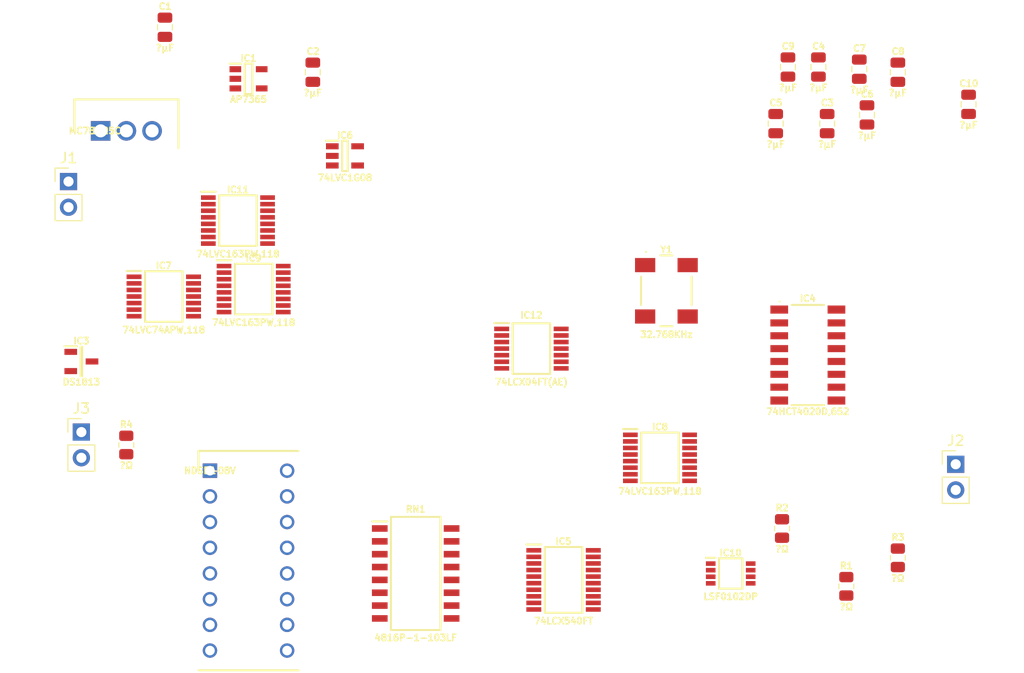
<source format=kicad_pcb>
(kicad_pcb (version 20211014) (generator pcbnew)
  (layers (0 "F.Cu" signal) (31 "B.Cu" signal) (34 "B.Paste" user) (35 "F.Paste" user) (36 "B.SilkS" user "B.Silkscreen") (37 "F.SilkS" user "F.Silkscreen") (38 "B.Mask" user) (39 "F.Mask" user) (44 "Edge.Cuts" user))
  (net 0 "")
  (net 1 "/5V")
  (net 2 "/GND")
  (net 3 "/3.3V")
  (net 5 "/12V")
  (net 6 "/~{RESET}")
  (net 28 "Net-(IC10-Pad7)")
  (net 36 "Net-(J3-Pad2)")
  (net 37 "/CLK")
  (net 38 "/FST")
  (net 39 "/IN1")
  (net 40 "/IN2")
  (net 41 "/IN3")
  (net 42 "/IN4")
  (net 43 "/IN5")
  (net 44 "/IN6")
  (net 45 "/IN7")
  (net 46 "/IN8")
  (net 47 "/~{IN8}")
  (net 48 "/~{IN7}")
  (net 49 "/~{IN6}")
  (net 50 "/~{IN5}")
  (net 51 "/~{IN4}")
  (net 52 "/~{IN3}")
  (net 53 "/~{IN2}")
  (net 54 "/~{IN1}")
  (net 55 "/~{RESET} ∨ ~{TC_{3}}")
  (net 56 "/~{TC_{3}}")
  (net 57 "/TC_{1}")
  (net 58 "/TC_{2}")
  (net 59 "/TC_{3}")
  (net 60 "/RESET")
  (net 61 "/~{TC_{1}}")
  (net 62 "/EN_{3.3V}")
  (net 63 "/~{EN_{3.3V}}")
  (net 64 "/EN_{5V}")
  (net 65 "/~{EN_{5V}}")
  (footprint "SamacSys_Parts:SOIC127P762X240-16N" (layer "F.Cu") (at 140.97 127.635)
    (fp_text reference "RN1" (at 0 -6.35) (layer "F.SilkS") (effects (font (size 0.635 0.635))))
    (fp_text value "4816P-1-103LF" (at 0 6.35) (layer "F.SilkS") (effects (font (size 0.635 0.635))))
    (fp_line (start -2.445 5.59) (end -2.445 -5.59) (layer "F.SilkS") (width 0.2))
    (fp_line (start -2.445 -5.59) (end 2.445 -5.59) (layer "F.SilkS") (width 0.2))
    (fp_line (start 2.445 -5.59) (end 2.445 5.59) (layer "F.SilkS") (width 0.2))
    (fp_line (start -4.3 -5.145) (end -2.795 -5.145) (layer "F.SilkS") (width 0.2))
    (fp_line (start 2.445 5.59) (end -2.445 5.59) (layer "F.SilkS") (width 0.2))
    (pad "1" smd rect (at -3.548 -4.445 90) (size 0.65 1.55) (layers "F.Cu" "F.Paste" "F.Mask") (net 2 "/GND"))
    (pad "2" smd rect (at -3.548 -3.175 90) (size 0.65 1.55) (layers "F.Cu" "F.Paste" "F.Mask") (net 2 "/GND"))
    (pad "3" smd rect (at -3.548 -1.905 90) (size 0.65 1.55) (layers "F.Cu" "F.Paste" "F.Mask") (net 2 "/GND"))
    (pad "4" smd rect (at -3.548 -0.635 90) (size 0.65 1.55) (layers "F.Cu" "F.Paste" "F.Mask") (net 2 "/GND"))
    (pad "5" smd rect (at -3.548 0.635 90) (size 0.65 1.55) (layers "F.Cu" "F.Paste" "F.Mask") (net 2 "/GND"))
    (pad "6" smd rect (at -3.548 1.905 90) (size 0.65 1.55) (layers "F.Cu" "F.Paste" "F.Mask") (net 2 "/GND"))
    (pad "7" smd rect (at -3.548 3.175 90) (size 0.65 1.55) (layers "F.Cu" "F.Paste" "F.Mask") (net 2 "/GND"))
    (pad "8" smd rect (at -3.548 4.445 90) (size 0.65 1.55) (layers "F.Cu" "F.Paste" "F.Mask") (net 2 "/GND"))
    (pad "9" smd rect (at 3.548 4.445 90) (size 0.65 1.55) (layers "F.Cu" "F.Paste" "F.Mask") (net 46 "/IN8"))
    (pad "10" smd rect (at 3.548 3.175 90) (size 0.65 1.55) (layers "F.Cu" "F.Paste" "F.Mask") (net 45 "/IN7"))
    (pad "11" smd rect (at 3.548 1.905 90) (size 0.65 1.55) (layers "F.Cu" "F.Paste" "F.Mask") (net 44 "/IN6"))
    (pad "12" smd rect (at 3.548 0.635 90) (size 0.65 1.55) (layers "F.Cu" "F.Paste" "F.Mask") (net 43 "/IN5"))
    (pad "13" smd rect (at 3.548 -0.635 90) (size 0.65 1.55) (layers "F.Cu" "F.Paste" "F.Mask") (net 42 "/IN4"))
    (pad "14" smd rect (at 3.548 -1.905 90) (size 0.65 1.55) (layers "F.Cu" "F.Paste" "F.Mask") (net 41 "/IN3"))
    (pad "15" smd rect (at 3.548 -3.175 90) (size 0.65 1.55) (layers "F.Cu" "F.Paste" "F.Mask") (net 40 "/IN2"))
    (pad "16" smd rect (at 3.548 -4.445 90) (size 0.65 1.55) (layers "F.Cu" "F.Paste" "F.Mask") (net 39 "/IN1"))
  )
  (footprint "SamacSys_Parts:C_0805" (layer "F.Cu") (at 195.58 81.28)
    (fp_text reference "C10" (at 0.027 -2.075 180) (layer "F.SilkS") (effects (font (size 0.635 0.635))))
    (fp_text value "C_0805" hide)
    (fp_text user "${Description}" (at 0 2.032) (layer "F.SilkS") (effects (font (size 0.635 0.635))))
    (fp_line (start 0.735 0.245252) (end 0.735 -0.277252) (layer "F.SilkS") (width 0.12))
    (fp_line (start -0.735 0.245252) (end -0.735 -0.277252) (layer "F.SilkS") (width 0.12))
    (pad "1" smd roundrect (at 0 0.934 90) (size 1 1.45) (layers "F.Cu" "F.Paste" "F.Mask") (net 3 "/3.3V"))
    (pad "2" smd roundrect (at 0 -0.966 90) (size 1 1.45) (layers "F.Cu" "F.Paste" "F.Mask") (net 2 "/GND"))
  )
  (footprint "SamacSys_Parts:SOP65P640X120-20N" (layer "F.Cu") (at 155.575 128.27)
    (fp_text reference "IC5" (at 0 -3.81) (layer "F.SilkS") (effects (font (size 0.635 0.635))))
    (fp_text value "74LCX540FT" (at 0 4.064) (layer "F.SilkS") (effects (font (size 0.635 0.635))))
    (fp_line (start 1.85 3.25) (end -1.85 3.25) (layer "F.SilkS") (width 0.2))
    (fp_line (start -1.85 -3.25) (end 1.85 -3.25) (layer "F.SilkS") (width 0.2))
    (fp_line (start -3.675 -3.5) (end -2.2 -3.5) (layer "F.SilkS") (width 0.2))
    (fp_line (start -1.85 3.25) (end -1.85 -3.25) (layer "F.SilkS") (width 0.2))
    (fp_line (start 1.85 -3.25) (end 1.85 3.25) (layer "F.SilkS") (width 0.2))
    (pad "1" smd rect (at -2.938 -2.925 90) (size 0.45 1.475) (layers "F.Cu" "F.Paste" "F.Mask") (net 2 "/GND"))
    (pad "2" smd rect (at -2.938 -2.275 90) (size 0.45 1.475) (layers "F.Cu" "F.Paste" "F.Mask") (net 39 "/IN1"))
    (pad "3" smd rect (at -2.938 -1.625 90) (size 0.45 1.475) (layers "F.Cu" "F.Paste" "F.Mask") (net 40 "/IN2"))
    (pad "4" smd rect (at -2.938 -0.975 90) (size 0.45 1.475) (layers "F.Cu" "F.Paste" "F.Mask") (net 41 "/IN3"))
    (pad "5" smd rect (at -2.938 -0.325 90) (size 0.45 1.475) (layers "F.Cu" "F.Paste" "F.Mask") (net 42 "/IN4"))
    (pad "6" smd rect (at -2.938 0.325 90) (size 0.45 1.475) (layers "F.Cu" "F.Paste" "F.Mask") (net 43 "/IN5"))
    (pad "7" smd rect (at -2.938 0.975 90) (size 0.45 1.475) (layers "F.Cu" "F.Paste" "F.Mask") (net 44 "/IN6"))
    (pad "8" smd rect (at -2.938 1.625 90) (size 0.45 1.475) (layers "F.Cu" "F.Paste" "F.Mask") (net 45 "/IN7"))
    (pad "9" smd rect (at -2.938 2.275 90) (size 0.45 1.475) (layers "F.Cu" "F.Paste" "F.Mask") (net 46 "/IN8"))
    (pad "10" smd rect (at -2.938 2.925 90) (size 0.45 1.475) (layers "F.Cu" "F.Paste" "F.Mask") (net 2 "/GND"))
    (pad "11" smd rect (at 2.938 2.925 90) (size 0.45 1.475) (layers "F.Cu" "F.Paste" "F.Mask") (net 47 "/~{IN8}"))
    (pad "12" smd rect (at 2.938 2.275 90) (size 0.45 1.475) (layers "F.Cu" "F.Paste" "F.Mask") (net 48 "/~{IN7}"))
    (pad "13" smd rect (at 2.938 1.625 90) (size 0.45 1.475) (layers "F.Cu" "F.Paste" "F.Mask") (net 49 "/~{IN6}"))
    (pad "14" smd rect (at 2.938 0.975 90) (size 0.45 1.475) (layers "F.Cu" "F.Paste" "F.Mask") (net 50 "/~{IN5}"))
    (pad "15" smd rect (at 2.938 0.325 90) (size 0.45 1.475) (layers "F.Cu" "F.Paste" "F.Mask") (net 51 "/~{IN4}"))
    (pad "16" smd rect (at 2.938 -0.325 90) (size 0.45 1.475) (layers "F.Cu" "F.Paste" "F.Mask") (net 52 "/~{IN3}"))
    (pad "17" smd rect (at 2.938 -0.975 90) (size 0.45 1.475) (layers "F.Cu" "F.Paste" "F.Mask") (net 53 "/~{IN2}"))
    (pad "18" smd rect (at 2.938 -1.625 90) (size 0.45 1.475) (layers "F.Cu" "F.Paste" "F.Mask") (net 54 "/~{IN1}"))
    (pad "19" smd rect (at 2.938 -2.275 90) (size 0.45 1.475) (layers "F.Cu" "F.Paste" "F.Mask") (net 2 "/GND"))
    (pad "20" smd rect (at 2.938 -2.925 90) (size 0.45 1.475) (layers "F.Cu" "F.Paste" "F.Mask") (net 3 "/3.3V"))
  )
  (footprint "SamacSys_Parts:SOP65P640X110-16N" (layer "F.Cu") (at 124.965 99.524)
    (fp_text reference "IC9" (at 0 -3.048) (layer "F.SilkS") (effects (font (size 0.635 0.635))))
    (fp_text value "74LVC163PW,118" (at 0 3.302) (layer "F.SilkS") (effects (font (size 0.635 0.635))))
    (fp_line (start -1.85 -2.5) (end 1.85 -2.5) (layer "F.SilkS") (width 0.2))
    (fp_line (start -3.65 -2.85) (end -2.2 -2.85) (layer "F.SilkS") (width 0.2))
    (fp_line (start -1.85 2.5) (end -1.85 -2.5) (layer "F.SilkS") (width 0.2))
    (fp_line (start 1.85 -2.5) (end 1.85 2.5) (layer "F.SilkS") (width 0.2))
    (fp_line (start 1.85 2.5) (end -1.85 2.5) (layer "F.SilkS") (width 0.2))
    (pad "1" smd rect (at -2.925 -2.275 90) (size 0.45 1.45) (layers "F.Cu" "F.Paste" "F.Mask") (net 3 "/3.3V"))
    (pad "2" smd rect (at -2.925 -1.625 90) (size 0.45 1.45) (layers "F.Cu" "F.Paste" "F.Mask") (net 37 "/CLK"))
    (pad "3" smd rect (at -2.925 -0.975 90) (size 0.45 1.45) (layers "F.Cu" "F.Paste" "F.Mask") (net 54 "/~{IN1}"))
    (pad "4" smd rect (at -2.925 -0.325 90) (size 0.45 1.45) (layers "F.Cu" "F.Paste" "F.Mask") (net 53 "/~{IN2}"))
    (pad "5" smd rect (at -2.925 0.325 90) (size 0.45 1.45) (layers "F.Cu" "F.Paste" "F.Mask") (net 52 "/~{IN3}"))
    (pad "6" smd rect (at -2.925 0.975 90) (size 0.45 1.45) (layers "F.Cu" "F.Paste" "F.Mask") (net 51 "/~{IN4}"))
    (pad "7" smd rect (at -2.925 1.625 90) (size 0.45 1.45) (layers "F.Cu" "F.Paste" "F.Mask") (net 63 "/~{EN_{3.3V}}"))
    (pad "8" smd rect (at -2.925 2.275 90) (size 0.45 1.45) (layers "F.Cu" "F.Paste" "F.Mask") (net 2 "/GND"))
    (pad "9" smd rect (at 2.925 2.275 90) (size 0.45 1.45) (layers "F.Cu" "F.Paste" "F.Mask") (net 6 "/~{RESET}"))
    (pad "10" smd rect (at 2.925 1.625 90) (size 0.45 1.45) (layers "F.Cu" "F.Paste" "F.Mask") (net 57 "/TC_{1}"))
    (pad "11" smd rect (at 2.925 0.975 90) (size 0.45 1.45) (layers "F.Cu" "F.Paste" "F.Mask"))
    (pad "12" smd rect (at 2.925 0.325 90) (size 0.45 1.45) (layers "F.Cu" "F.Paste" "F.Mask"))
    (pad "13" smd rect (at 2.925 -0.325 90) (size 0.45 1.45) (layers "F.Cu" "F.Paste" "F.Mask"))
    (pad "14" smd rect (at 2.925 -0.975 90) (size 0.45 1.45) (layers "F.Cu" "F.Paste" "F.Mask"))
    (pad "15" smd rect (at 2.925 -1.625 90) (size 0.45 1.45) (layers "F.Cu" "F.Paste" "F.Mask") (net 58 "/TC_{2}"))
    (pad "16" smd rect (at 2.925 -2.275 90) (size 0.45 1.45) (layers "F.Cu" "F.Paste" "F.Mask") (net 3 "/3.3V"))
  )
  (footprint "SamacSys_Parts:R_0805" (layer "F.Cu") (at 183.515 128.905)
    (fp_text reference "R1" (at 0 -2.032 180) (layer "F.SilkS") (effects (font (size 0.635 0.635))))
    (fp_text value "R_0805" hide)
    (fp_text user "${Description}" (at 0 2.032 180) (layer "F.SilkS") (effects (font (size 0.635 0.635))))
    (fp_line (start -0.745 0.227064) (end -0.745 -0.227064) (layer "F.SilkS") (width 0.12))
    (fp_line (start 0.725 0.227064) (end 0.725 -0.227064) (layer "F.SilkS") (width 0.12))
    (pad "1" smd roundrect (at -0.01 0.9125 90) (size 1.025 1.4) (layers "F.Cu" "F.Paste" "F.Mask") (roundrect_rratio 0.243902) (net 62 "/EN_{3.3V}"))
    (pad "2" smd roundrect (at -0.01 -0.9125 90) (size 1.025 1.4) (layers "F.Cu" "F.Paste" "F.Mask") (roundrect_rratio 0.243902) (net 1 "/5V"))
  )
  (footprint "SamacSys_Parts:SOT95P237X112-3N" (layer "F.Cu") (at 107.95 106.68)
    (fp_text reference "IC3" (at 0 -2.032) (layer "F.SilkS") (effects (font (size 0.635 0.635))))
    (fp_text value "DS1813R-10+T&R" hide)
    (fp_text user "${Silkscreen}" (at 0 2.032) (layer "F.SilkS") (effects (font (size 0.635 0.635))))
    (fp_line (start -0.075 -1.46) (end 0.075 -1.46) (layer "F.SilkS") (width 0.2))
    (fp_line (start -1.675 -1.5) (end -0.425 -1.5) (layer "F.SilkS") (width 0.2))
    (fp_line (start 0.075 -1.46) (end 0.075 1.46) (layer "F.SilkS") (width 0.2))
    (fp_line (start 0.075 1.46) (end -0.075 1.46) (layer "F.SilkS") (width 0.2))
    (fp_line (start -0.075 1.46) (end -0.075 -1.46) (layer "F.SilkS") (width 0.2))
    (pad "1" smd rect (at -1.05 -0.95 90) (size 0.6 1.25) (layers "F.Cu" "F.Paste" "F.Mask") (net 6 "/~{RESET}"))
    (pad "2" smd rect (at -1.05 0.95 90) (size 0.6 1.25) (layers "F.Cu" "F.Paste" "F.Mask") (net 1 "/5V"))
    (pad "3" smd rect (at 1.05 0 90) (size 0.6 1.25) (layers "F.Cu" "F.Paste" "F.Mask") (net 2 "/GND"))
  )
  (footprint "SamacSys_Parts:C_0805" (layer "F.Cu") (at 188.595 78.105)
    (fp_text reference "C8" (at 0.027 -2.075 180) (layer "F.SilkS") (effects (font (size 0.635 0.635))))
    (fp_text value "C_0805" hide)
    (fp_text user "${Description}" (at 0 2.032) (layer "F.SilkS") (effects (font (size 0.635 0.635))))
    (fp_line (start 0.735 0.245252) (end 0.735 -0.277252) (layer "F.SilkS") (width 0.12))
    (fp_line (start -0.735 0.245252) (end -0.735 -0.277252) (layer "F.SilkS") (width 0.12))
    (pad "1" smd roundrect (at 0 0.934 90) (size 1 1.45) (layers "F.Cu" "F.Paste" "F.Mask") (net 3 "/3.3V"))
    (pad "2" smd roundrect (at 0 -0.966 90) (size 1 1.45) (layers "F.Cu" "F.Paste" "F.Mask") (net 2 "/GND"))
  )
  (footprint "Connector_PinHeader_2.54mm:PinHeader_1x02_P2.54mm_Vertical" (layer "F.Cu") (at 106.68 88.895)
    (fp_text reference "J1" (at 0 -2.33) (layer "F.SilkS"))
    (fp_text value "Conn_01x02_Male")
    (fp_line (start -1.33 0) (end -1.33 -1.33) (layer "F.SilkS") (width 0.12))
    (fp_line (start -1.33 3.87) (end 1.33 3.87) (layer "F.SilkS") (width 0.12))
    (fp_line (start 1.33 1.27) (end 1.33 3.87) (layer "F.SilkS") (width 0.12))
    (fp_line (start -1.33 1.27) (end 1.33 1.27) (layer "F.SilkS") (width 0.12))
    (fp_line (start -1.33 1.27) (end -1.33 3.87) (layer "F.SilkS") (width 0.12))
    (fp_line (start -1.33 -1.33) (end 0 -1.33) (layer "F.SilkS") (width 0.12))
    (pad "1" thru_hole rect (at 0 0) (size 1.7 1.7) (drill 1) (layers *.Cu *.Mask) (net 2 "/GND"))
    (pad "2" thru_hole oval (at 0 2.54) (size 1.7 1.7) (drill 1) (layers *.Cu *.Mask) (net 5 "/12V"))
  )
  (footprint "SamacSys_Parts:C_0805" (layer "F.Cu") (at 176.53 83.185)
    (fp_text reference "C5" (at 0.027 -2.075 180) (layer "F.SilkS") (effects (font (size 0.635 0.635))))
    (fp_text value "C_0805" hide)
    (fp_text user "${Description}" (at 0 2.032) (layer "F.SilkS") (effects (font (size 0.635 0.635))))
    (fp_line (start 0.735 0.245252) (end 0.735 -0.277252) (layer "F.SilkS") (width 0.12))
    (fp_line (start -0.735 0.245252) (end -0.735 -0.277252) (layer "F.SilkS") (width 0.12))
    (pad "1" smd roundrect (at 0 0.934 90) (size 1 1.45) (layers "F.Cu" "F.Paste" "F.Mask") (net 3 "/3.3V"))
    (pad "2" smd roundrect (at 0 -0.966 90) (size 1 1.45) (layers "F.Cu" "F.Paste" "F.Mask") (net 2 "/GND"))
  )
  (footprint "SamacSys_Parts:C_0805" (layer "F.Cu") (at 180.75 77.591)
    (fp_text reference "C4" (at 0.027 -2.075 180) (layer "F.SilkS") (effects (font (size 0.635 0.635))))
    (fp_text value "C_0805" hide)
    (fp_text user "${Description}" (at 0 2.032) (layer "F.SilkS") (effects (font (size 0.635 0.635))))
    (fp_line (start -0.735 0.245252) (end -0.735 -0.277252) (layer "F.SilkS") (width 0.12))
    (fp_line (start 0.735 0.245252) (end 0.735 -0.277252) (layer "F.SilkS") (width 0.12))
    (pad "1" smd roundrect (at 0 0.934 90) (size 1 1.45) (layers "F.Cu" "F.Paste" "F.Mask") (net 3 "/3.3V"))
    (pad "2" smd roundrect (at 0 -0.966 90) (size 1 1.45) (layers "F.Cu" "F.Paste" "F.Mask") (net 2 "/GND"))
  )
  (footprint "SamacSys_Parts:SOP65P400X110-8N" (layer "F.Cu") (at 172.085 127.635)
    (fp_text reference "IC10" (at 0 -2.032) (layer "F.SilkS") (effects (font (size 0.635 0.635))))
    (fp_text value "LSF0102DP-Q100H" hide)
    (fp_text user "${Silkscreen}" (at 0 2.286) (layer "F.SilkS") (effects (font (size 0.635 0.635))))
    (fp_line (start -1.15 -1.5) (end 1.15 -1.5) (layer "F.SilkS") (width 0.2))
    (fp_line (start -1.15 1.5) (end -1.15 -1.5) (layer "F.SilkS") (width 0.2))
    (fp_line (start -2.45 -1.55) (end -1.5 -1.55) (layer "F.SilkS") (width 0.2))
    (fp_line (start 1.15 1.5) (end -1.15 1.5) (layer "F.SilkS") (width 0.2))
    (fp_line (start 1.15 -1.5) (end 1.15 1.5) (layer "F.SilkS") (width 0.2))
    (pad "1" smd rect (at -1.975 -0.975 90) (size 0.45 0.95) (layers "F.Cu" "F.Paste" "F.Mask") (net 2 "/GND"))
    (pad "2" smd rect (at -1.975 -0.325 90) (size 0.45 0.95) (layers "F.Cu" "F.Paste" "F.Mask") (net 3 "/3.3V"))
    (pad "3" smd rect (at -1.975 0.325 90) (size 0.45 0.95) (layers "F.Cu" "F.Paste" "F.Mask") (net 63 "/~{EN_{3.3V}}"))
    (pad "4" smd rect (at -1.975 0.975 90) (size 0.45 0.95) (layers "F.Cu" "F.Paste" "F.Mask") (net 62 "/EN_{3.3V}"))
    (pad "5" smd rect (at 1.975 0.975 90) (size 0.45 0.95) (layers "F.Cu" "F.Paste" "F.Mask") (net 64 "/EN_{5V}"))
    (pad "6" smd rect (at 1.975 0.325 90) (size 0.45 0.95) (layers "F.Cu" "F.Paste" "F.Mask") (net 65 "/~{EN_{5V}}"))
    (pad "7" smd rect (at 1.975 -0.325 90) (size 0.45 0.95) (layers "F.Cu" "F.Paste" "F.Mask") (net 28 "Net-(IC10-Pad7)"))
    (pad "8" smd rect (at 1.975 -0.975 90) (size 0.45 0.95) (layers "F.Cu" "F.Paste" "F.Mask") (net 28 "Net-(IC10-Pad7)"))
  )
  (footprint "SamacSys_Parts:C_0805" (layer "F.Cu") (at 185.545 82.325)
    (fp_text reference "C6" (at 0.027 -2.075 180) (layer "F.SilkS") (effects (font (size 0.635 0.635))))
    (fp_text value "C_0805" hide)
    (fp_text user "${Description}" (at 0 2.032) (layer "F.SilkS") (effects (font (size 0.635 0.635))))
    (fp_line (start -0.735 0.245252) (end -0.735 -0.277252) (layer "F.SilkS") (width 0.12))
    (fp_line (start 0.735 0.245252) (end 0.735 -0.277252) (layer "F.SilkS") (width 0.12))
    (pad "1" smd roundrect (at 0 0.934 90) (size 1 1.45) (layers "F.Cu" "F.Paste" "F.Mask") (net 3 "/3.3V"))
    (pad "2" smd roundrect (at 0 -0.966 90) (size 1 1.45) (layers "F.Cu" "F.Paste" "F.Mask") (net 2 "/GND"))
  )
  (footprint "SamacSys_Parts:TO254P482X997X2018-3P" (layer "F.Cu") (at 109.855 83.885)
    (fp_text reference "IC2" (at 0 0) (layer "F.SilkS") (effects (font (size 0.635 0.635))))
    (fp_text value "MC78M05CTG" (at 0 0) (layer "F.SilkS") (effects (font (size 0.635 0.635))))
    (fp_line (start -2.6 -3.11) (end -2.6 0) (layer "F.SilkS") (width 0.2))
    (fp_line (start 7.68 1.71) (end 7.68 -3.11) (layer "F.SilkS") (width 0.2))
    (fp_line (start 7.68 -3.11) (end -2.6 -3.11) (layer "F.SilkS") (width 0.2))
    (pad "1" thru_hole rect locked (at 0 0) (size 1.935 1.935) (drill 1.29) (layers *.Cu *.Mask) (net 5 "/12V"))
    (pad "2" thru_hole circle locked (at 2.54 0) (size 1.935 1.935) (drill 1.29) (layers *.Cu *.Mask) (net 2 "/GND"))
    (pad "3" thru_hole circle locked (at 5.08 0) (size 1.935 1.935) (drill 1.29) (layers *.Cu *.Mask) (net 1 "/5V"))
  )
  (footprint "SamacSys_Parts:SOP65P640X110-16N" (layer "F.Cu") (at 165.1 116.205)
    (fp_text reference "IC8" (at 0 -3.048) (layer "F.SilkS") (effects (font (size 0.635 0.635))))
    (fp_text value "74LVC163PW,118" (at 0 3.302) (layer "F.SilkS") (effects (font (size 0.635 0.635))))
    (fp_line (start 1.85 -2.5) (end 1.85 2.5) (layer "F.SilkS") (width 0.2))
    (fp_line (start 1.85 2.5) (end -1.85 2.5) (layer "F.SilkS") (width 0.2))
    (fp_line (start -3.65 -2.85) (end -2.2 -2.85) (layer "F.SilkS") (width 0.2))
    (fp_line (start -1.85 -2.5) (end 1.85 -2.5) (layer "F.SilkS") (width 0.2))
    (fp_line (start -1.85 2.5) (end -1.85 -2.5) (layer "F.SilkS") (width 0.2))
    (pad "1" smd rect (at -2.925 -2.275 90) (size 0.45 1.45) (layers "F.Cu" "F.Paste" "F.Mask") (net 3 "/3.3V"))
    (pad "2" smd rect (at -2.925 -1.625 90) (size 0.45 1.45) (layers "F.Cu" "F.Paste" "F.Mask") (net 37 "/CLK"))
    (pad "3" smd rect (at -2.925 -0.975 90) (size 0.45 1.45) (layers "F.Cu" "F.Paste" "F.Mask") (net 2 "/GND"))
    (pad "4" smd rect (at -2.925 -0.325 90) (size 0.45 1.45) (layers "F.Cu" "F.Paste" "F.Mask") (net 3 "/3.3V"))
    (pad "5" smd rect (at -2.925 0.325 90) (size 0.45 1.45) (layers "F.Cu" "F.Paste" "F.Mask") (net 3 "/3.3V"))
    (pad "6" smd rect (at -2.925 0.975 90) (size 0.45 1.45) (layers "F.Cu" "F.Paste" "F.Mask") (net 2 "/GND"))
    (pad "7" smd rect (at -2.925 1.625 90) (size 0.45 1.45) (layers "F.Cu" "F.Paste" "F.Mask") (net 3 "/3.3V"))
    (pad "8" smd rect (at -2.925 2.275 90) (size 0.45 1.45) (layers "F.Cu" "F.Paste" "F.Mask") (net 2 "/GND"))
    (pad "9" smd rect (at 2.925 2.275 90) (size 0.45 1.45) (layers "F.Cu" "F.Paste" "F.Mask") (net 55 "/~{RESET} ∨ ~{TC_{3}}"))
    (pad "10" smd rect (at 2.925 1.625 90) (size 0.45 1.45) (layers "F.Cu" "F.Paste" "F.Mask") (net 3 "/3.3V"))
    (pad "11" smd rect (at 2.925 0.975 90) (size 0.45 1.45) (layers "F.Cu" "F.Paste" "F.Mask"))
    (pad "12" smd rect (at 2.925 0.325 90) (size 0.45 1.45) (layers "F.Cu" "F.Paste" "F.Mask"))
    (pad "13" smd rect (at 2.925 -0.325 90) (size 0.45 1.45) (layers "F.Cu" "F.Paste" "F.Mask"))
    (pad "14" smd rect (at 2.925 -0.975 90) (size 0.45 1.45) (layers "F.Cu" "F.Paste" "F.Mask"))
    (pad "15" smd rect (at 2.925 -1.625 90) (size 0.45 1.45) (layers "F.Cu" "F.Paste" "F.Mask") (net 57 "/TC_{1}"))
    (pad "16" smd rect (at 2.925 -2.275 90) (size 0.45 1.45) (layers "F.Cu" "F.Paste" "F.Mask") (net 3 "/3.3V"))
  )
  (footprint "SamacSys_Parts:R_0805" (layer "F.Cu") (at 188.605 126.0875)
    (fp_text reference "R3" (at 0 -2.032 180) (layer "F.SilkS") (effects (font (size 0.635 0.635))))
    (fp_text value "R_0805" hide)
    (fp_text user "${Description}" (at 0 2.032 180) (layer "F.SilkS") (effects (font (size 0.635 0.635))))
    (fp_line (start 0.725 0.227064) (end 0.725 -0.227064) (layer "F.SilkS") (width 0.12))
    (fp_line (start -0.745 0.227064) (end -0.745 -0.227064) (layer "F.SilkS") (width 0.12))
    (pad "1" smd roundrect (at -0.01 0.9125 90) (size 1.025 1.4) (layers "F.Cu" "F.Paste" "F.Mask") (roundrect_rratio 0.243902) (net 28 "Net-(IC10-Pad7)"))
    (pad "2" smd roundrect (at -0.01 -0.9125 90) (size 1.025 1.4) (layers "F.Cu" "F.Paste" "F.Mask") (roundrect_rratio 0.243902) (net 1 "/5V"))
  )
  (footprint "SamacSys_Parts:SOT95P275X110-5N" (layer "F.Cu") (at 133.985 86.36)
    (fp_text reference "IC6" (at 0 -2.032) (layer "F.SilkS") (effects (font (size 0.635 0.635))))
    (fp_text value "74LVC1G08GV,125" hide)
    (fp_text user "${Silkscreen}" (at 0 2.159) (layer "F.SilkS") (effects (font (size 0.635 0.635))))
    (fp_line (start 0.275 1.5) (end -0.275 1.5) (layer "F.SilkS") (width 0.2))
    (fp_line (start -0.275 1.5) (end -0.275 -1.5) (layer "F.SilkS") (width 0.2))
    (fp_line (start -1.875 -1.5) (end -0.625 -1.5) (layer "F.SilkS") (width 0.2))
    (fp_line (start -0.275 -1.5) (end 0.275 -1.5) (layer "F.SilkS") (width 0.2))
    (fp_line (start 0.275 -1.5) (end 0.275 1.5) (layer "F.SilkS") (width 0.2))
    (pad "1" smd rect (at -1.25 -0.95 90) (size 0.6 1.25) (layers "F.Cu" "F.Paste" "F.Mask") (net 6 "/~{RESET}"))
    (pad "2" smd rect (at -1.25 0 90) (size 0.6 1.25) (layers "F.Cu" "F.Paste" "F.Mask") (net 61 "/~{TC_{1}}"))
    (pad "3" smd rect (at -1.25 0.95 90) (size 0.6 1.25) (layers "F.Cu" "F.Paste" "F.Mask") (net 2 "/GND"))
    (pad "4" smd rect (at 1.25 0.95 90) (size 0.6 1.25) (layers "F.Cu" "F.Paste" "F.Mask") (net 55 "/~{RESET} ∨ ~{TC_{3}}"))
    (pad "5" smd rect (at 1.25 -0.95 90) (size 0.6 1.25) (layers "F.Cu" "F.Paste" "F.Mask") (net 3 "/3.3V"))
  )
  (footprint "SamacSys_Parts:R_0805" (layer "F.Cu") (at 112.395 114.935)
    (fp_text reference "R4" (at 0 -2.032 180) (layer "F.SilkS") (effects (font (size 0.635 0.635))))
    (fp_text value "R_0805" hide)
    (fp_text user "${Description}" (at 0 2.032 180) (layer "F.SilkS") (effects (font (size 0.635 0.635))))
    (fp_line (start 0.725 0.227064) (end 0.725 -0.227064) (layer "F.SilkS") (width 0.12))
    (fp_line (start -0.745 0.227064) (end -0.745 -0.227064) (layer "F.SilkS") (width 0.12))
    (pad "1" smd roundrect (at -0.01 0.9125 90) (size 1.025 1.4) (layers "F.Cu" "F.Paste" "F.Mask") (roundrect_rratio 0.243902) (net 6 "/~{RESET}"))
    (pad "2" smd roundrect (at -0.01 -0.9125 90) (size 1.025 1.4) (layers "F.Cu" "F.Paste" "F.Mask") (roundrect_rratio 0.243902) (net 36 "Net-(J3-Pad2)"))
  )
  (footprint "SamacSys_Parts:C_0805" (layer "F.Cu") (at 184.785 77.806)
    (fp_text reference "C7" (at 0.027 -2.075 180) (layer "F.SilkS") (effects (font (size 0.635 0.635))))
    (fp_text value "C_0805" hide)
    (fp_text user "${Description}" (at 0 2.032) (layer "F.SilkS") (effects (font (size 0.635 0.635))))
    (fp_line (start 0.735 0.245252) (end 0.735 -0.277252) (layer "F.SilkS") (width 0.12))
    (fp_line (start -0.735 0.245252) (end -0.735 -0.277252) (layer "F.SilkS") (width 0.12))
    (pad "1" smd roundrect (at 0 0.934 90) (size 1 1.45) (layers "F.Cu" "F.Paste" "F.Mask") (net 3 "/3.3V"))
    (pad "2" smd roundrect (at 0 -0.966 90) (size 1 1.45) (layers "F.Cu" "F.Paste" "F.Mask") (net 2 "/GND"))
  )
  (footprint "SamacSys_Parts:74HCT4020D652" (layer "F.Cu") (at 179.705 106.045)
    (fp_text reference "IC4" (at 0 -5.588) (layer "F.SilkS") (effects (font (size 0.635 0.635))))
    (fp_text value "74HCT4020D,652" (at 0 5.588) (layer "F.SilkS") (effects (font (size 0.635 0.635))))
    (fp_line (start 1.6 -4.95) (end -1.6 -4.95) (layer "F.SilkS") (width 0.2))
    (fp_line (start -2.744 -5.284) (end -2.744 -5.284) (layer "F.SilkS") (width 0.1))
    (fp_line (start 1.6 4.95) (end -1.6 4.95) (layer "F.SilkS") (width 0.2))
    (fp_line (start -2.844 -5.284) (end -2.844 -5.284) (layer "F.SilkS") (width 0.1))
    (fp_arc (start -2.844 -5.284) (mid -2.794 -5.334) (end -2.744 -5.284) (layer "F.SilkS") (width 0.1))
    (fp_arc (start -2.744 -5.284) (mid -2.794 -5.234) (end -2.844 -5.284) (layer "F.SilkS") (width 0.1))
    (pad "1" smd rect (at -2.825 -4.495 270) (size 0.8 1.75) (layers "F.Cu" "F.Paste" "F.Mask"))
    (pad "2" smd rect (at -2.825 -3.175 270) (size 0.7 1.75) (layers "F.Cu" "F.Paste" "F.Mask"))
    (pad "3" smd rect (at -2.825 -1.905 270) (size 0.7 1.75) (layers "F.Cu" "F.Paste" "F.Mask") (net 37 "/CLK"))
    (pad "4" smd rect (at -2.825 -0.635 270) (size 0.7 1.75) (layers "F.Cu" "F.Paste" "F.Mask"))
    (pad "5" smd rect (at -2.825 0.635 270) (size 0.7 1.75) (layers "F.Cu" "F.Paste" "F.Mask"))
    (pad "6" smd rect (at -2.825 1.905 270) (size 0.7 1.75) (layers "F.Cu" "F.Paste" "F.Mask"))
    (pad "7" smd rect (at -2.825 3.175 270) (size 0.7 1.75) (layers "F.Cu" "F.Paste" "F.Mask"))
    (pad "8" smd rect (at -2.825 4.495 270) (size 0.8 1.75) (layers "F.Cu" "F.Paste" "F.Mask") (net 2 "/GND"))
    (pad "9" smd rect (at 2.825 4.495 270) (size 0.8 1.75) (layers "F.Cu" "F.Paste" "F.Mask"))
    (pad "10" smd rect (at 2.825 3.175 270) (size 0.7 1.75) (layers "F.Cu" "F.Paste" "F.Mask") (net 38 "/FST"))
    (pad "11" smd rect (at 2.825 1.905 270) (size 0.7 1.75) (layers "F.Cu" "F.Paste" "F.Mask") (net 60 "/RESET"))
    (pad "12" smd rect (at 2.825 0.635 270) (size 0.7 1.75) (layers "F.Cu" "F.Paste" "F.Mask"))
    (pad "13" smd rect (at 2.825 -0.635 270) (size 0.7 1.75) (layers "F.Cu" "F.Paste" "F.Mask"))
    (pad "14" smd rect (at 2.825 -1.905 270) (size 0.7 1.75) (layers "F.Cu" "F.Paste" "F.Mask"))
    (pad "15" smd rect (at 2.825 -3.175 270) (size 0.7 1.75) (layers "F.Cu" "F.Paste" "F.Mask"))
    (pad "16" smd rect (at 2.825 -4.495 270) (size 0.8 1.75) (layers "F.Cu" "F.Paste" "F.Mask") (net 1 "/5V"))
  )
  (footprint "SamacSys_Parts:C_0805" (layer "F.Cu") (at 116.205 73.66)
    (fp_text reference "C1" (at 0.027 -2.075 180) (layer "F.SilkS") (effects (font (size 0.635 0.635))))
    (fp_text value "C_0805" hide)
    (fp_text user "${Description}" (at 0 2.032) (layer "F.SilkS") (effects (font (size 0.635 0.635))))
    (fp_line (start -0.735 0.245252) (end -0.735 -0.277252) (layer "F.SilkS") (width 0.12))
    (fp_line (start 0.735 0.245252) (end 0.735 -0.277252) (layer "F.SilkS") (width 0.12))
    (pad "1" smd roundrect (at 0 0.934 90) (size 1 1.45) (layers "F.Cu" "F.Paste" "F.Mask") (net 1 "/5V"))
    (pad "2" smd roundrect (at 0 -0.966 90) (size 1 1.45) (layers "F.Cu" "F.Paste" "F.Mask") (net 2 "/GND"))
  )
  (footprint "SamacSys_Parts:ECS327MVATX7CNTR" (layer "F.Cu") (at 165.735 99.695)
    (fp_text reference "Y1" (at 0 -4.064) (layer "F.SilkS") (effects (font (size 0.635 0.635))))
    (fp_text value "ECS-327MVATX-7-CN-TR" hide)
    (fp_text user "${Silkscreen}" (at 0 4.318) (layer "F.SilkS") (effects (font (size 0.635 0.635))))
    (fp_line (start -2.082 -3.86) (end -2.082 -3.86) (layer "F.SilkS") (width 0.1))
    (fp_line (start -2.5 -1.4) (end -2.5 1.4) (layer "F.SilkS") (width 0.2))
    (fp_line (start -0.6 -3.5) (end 0.6 -3.5) (layer "F.SilkS") (width 0.2))
    (fp_line (start -2.082 -3.86) (end -2.082 -3.86) (layer "F.SilkS") (width 0.1))
    (fp_line (start -1.982 -3.86) (end -1.982 -3.86) (layer "F.SilkS") (width 0.1))
    (fp_line (start 2.5 -1.4) (end 2.5 1.4) (layer "F.SilkS") (width 0.2))
    (fp_line (start 0.6 3.5) (end -0.6 3.5) (layer "F.SilkS") (width 0.2))
    (fp_arc (start -1.982 -3.86) (mid -2.032 -3.81) (end -2.082 -3.86) (layer "F.SilkS") (width 0.1))
    (fp_arc (start -2.082 -3.86) (mid -2.032 -3.91) (end -1.982 -3.86) (layer "F.SilkS") (width 0.1))
    (fp_arc (start -1.982 -3.86) (mid -2.032 -3.81) (end -2.082 -3.86) (layer "F.SilkS") (width 0.1))
    (pad "1" smd rect (at -2.1 -2.54 270) (size 1.4 2) (layers "F.Cu" "F.Paste" "F.Mask") (net 3 "/3.3V"))
    (pad "2" smd rect (at -2.1 2.54 270) (size 1.4 2) (layers "F.Cu" "F.Paste" "F.Mask") (net 2 "/GND"))
    (pad "3" smd rect (at 2.1 2.54 270) (size 1.4 2) (layers "F.Cu" "F.Paste" "F.Mask") (net 38 "/FST"))
    (pad "4" smd rect (at 2.1 -2.54 270) (size 1.4 2) (layers "F.Cu" "F.Paste" "F.Mask") (net 3 "/3.3V"))
  )
  (footprint "SamacSys_Parts:C_0805" (layer "F.Cu") (at 130.81 78.105)
    (fp_text reference "C2" (at 0.027 -2.075 180) (layer "F.SilkS") (effects (font (size 0.635 0.635))))
    (fp_text value "C_0805" hide)
    (fp_text user "${Description}" (at 0 2.032) (layer "F.SilkS") (effects (font (size 0.635 0.635))))
    (fp_line (start -0.735 0.245252) (end -0.735 -0.277252) (layer "F.SilkS") (width 0.12))
    (fp_line (start 0.735 0.245252) (end 0.735 -0.277252) (layer "F.SilkS") (width 0.12))
    (pad "1" smd roundrect (at 0 0.934 90) (size 1 1.45) (layers "F.Cu" "F.Paste" "F.Mask") (net 3 "/3.3V"))
    (pad "2" smd roundrect (at 0 -0.966 90) (size 1 1.45) (layers "F.Cu" "F.Paste" "F.Mask") (net 2 "/GND"))
  )
  (footprint "SamacSys_Parts:C_0805" (layer "F.Cu") (at 181.61 83.185)
    (fp_text reference "C3" (at 0.027 -2.075 180) (layer "F.SilkS") (effects (font (size 0.635 0.635))))
    (fp_text value "C_0805" hide)
    (fp_text user "${Description}" (at 0 2.032) (layer "F.SilkS") (effects (font (size 0.635 0.635))))
    (fp_line (start 0.735 0.245252) (end 0.735 -0.277252) (layer "F.SilkS") (width 0.12))
    (fp_line (start -0.735 0.245252) (end -0.735 -0.277252) (layer "F.SilkS") (width 0.12))
    (pad "1" smd roundrect (at 0 0.934 90) (size 1 1.45) (layers "F.Cu" "F.Paste" "F.Mask") (net 1 "/5V"))
    (pad "2" smd roundrect (at 0 -0.966 90) (size 1 1.45) (layers "F.Cu" "F.Paste" "F.Mask") (net 2 "/GND"))
  )
  (footprint "SamacSys_Parts:SOP65P640X110-16N" (layer "F.Cu") (at 123.415 92.754)
    (fp_text reference "IC11" (at 0 -3.048) (layer "F.SilkS") (effects (font (size 0.635 0.635))))
    (fp_text value "74LVC163PW,118" (at 0 3.302) (layer "F.SilkS") (effects (font (size 0.635 0.635))))
    (fp_line (start -1.85 2.5) (end -1.85 -2.5) (layer "F.SilkS") (width 0.2))
    (fp_line (start -3.65 -2.85) (end -2.2 -2.85) (layer "F.SilkS") (width 0.2))
    (fp_line (start 1.85 2.5) (end -1.85 2.5) (layer "F.SilkS") (width 0.2))
    (fp_line (start 1.85 -2.5) (end 1.85 2.5) (layer "F.SilkS") (width 0.2))
    (fp_line (start -1.85 -2.5) (end 1.85 -2.5) (layer "F.SilkS") (width 0.2))
    (pad "1" smd rect (at -2.925 -2.275 90) (size 0.45 1.45) (layers "F.Cu" "F.Paste" "F.Mask") (net 3 "/3.3V"))
    (pad "2" smd rect (at -2.925 -1.625 90) (size 0.45 1.45) (layers "F.Cu" "F.Paste" "F.Mask") (net 37 "/CLK"))
    (pad "3" smd rect (at -2.925 -0.975 90) (size 0.45 1.45) (layers "F.Cu" "F.Paste" "F.Mask") (net 50 "/~{IN5}"))
    (pad "4" smd rect (at -2.925 -0.325 90) (size 0.45 1.45) (layers "F.Cu" "F.Paste" "F.Mask") (net 49 "/~{IN6}"))
    (pad "5" smd rect (at -2.925 0.325 90) (size 0.45 1.45) (layers "F.Cu" "F.Paste" "F.Mask") (net 48 "/~{IN7}"))
    (pad "6" smd rect (at -2.925 0.975 90) (size 0.45 1.45) (layers "F.Cu" "F.Paste" "F.Mask") (net 47 "/~{IN8}"))
    (pad "7" smd rect (at -2.925 1.625 90) (size 0.45 1.45) (layers "F.Cu" "F.Paste" "F.Mask") (net 63 "/~{EN_{3.3V}}"))
    (pad "8" smd rect (at -2.925 2.275 90) (size 0.45 1.45) (layers "F.Cu" "F.Paste" "F.Mask") (net 2 "/GND"))
    (pad "9" smd rect (at 2.925 2.275 90) (size 0.45 1.45) (layers "F.Cu" "F.Paste" "F.Mask") (net 6 "/~{RESET}"))
    (pad "10" smd rect (at 2.925 1.625 90) (size 0.45 1.45) (layers "F.Cu" "F.Paste" "F.Mask") (net 58 "/TC_{2}"))
    (pad "11" smd rect (at 2.925 0.975 90) (size 0.45 1.45) (layers "F.Cu" "F.Paste" "F.Mask"))
    (pad "12" smd rect (at 2.925 0.325 90) (size 0.45 1.45) (layers "F.Cu" "F.Paste" "F.Mask"))
    (pad "13" smd rect (at 2.925 -0.325 90) (size 0.45 1.45) (layers "F.Cu" "F.Paste" "F.Mask"))
    (pad "14" smd rect (at 2.925 -0.975 90) (size 0.45 1.45) (layers "F.Cu" "F.Paste" "F.Mask"))
    (pad "15" smd rect (at 2.925 -1.625 90) (size 0.45 1.45) (layers "F.Cu" "F.Paste" "F.Mask") (net 59 "/TC_{3}"))
    (pad "16" smd rect (at 2.925 -2.275 90) (size 0.45 1.45) (layers "F.Cu" "F.Paste" "F.Mask") (net 3 "/3.3V"))
  )
  (footprint "SamacSys_Parts:SOP65P640X120-14N" (layer "F.Cu") (at 152.4 105.41)
    (fp_text reference "IC12" (at 0 -3.302) (layer "F.SilkS") (effects (font (size 0.635 0.635))))
    (fp_text value "74LCX04FT(AE)" (at 0 3.302) (layer "F.SilkS") (effects (font (size 0.635 0.635))))
    (fp_line (start -1.85 2.5) (end -1.85 -2.5) (layer "F.SilkS") (width 0.2))
    (fp_line (start -3.675 -2.525) (end -2.2 -2.525) (layer "F.SilkS") (width 0.2))
    (fp_line (start 1.85 -2.5) (end 1.85 2.5) (layer "F.SilkS") (width 0.2))
    (fp_line (start 1.85 2.5) (end -1.85 2.5) (layer "F.SilkS") (width 0.2))
    (fp_line (start -1.85 -2.5) (end 1.85 -2.5) (layer "F.SilkS") (width 0.2))
    (pad "1" smd rect (at -2.938 -1.95 90) (size 0.45 1.475) (layers "F.Cu" "F.Paste" "F.Mask") (net 57 "/TC_{1}"))
    (pad "2" smd rect (at -2.938 -1.3 90) (size 0.45 1.475) (layers "F.Cu" "F.Paste" "F.Mask") (net 61 "/~{TC_{1}}"))
    (pad "3" smd rect (at -2.938 -0.65 90) (size 0.45 1.475) (layers "F.Cu" "F.Paste" "F.Mask") (net 59 "/TC_{3}"))
    (pad "4" smd rect (at -2.938 0 90) (size 0.45 1.475) (layers "F.Cu" "F.Paste" "F.Mask") (net 56 "/~{TC_{3}}"))
    (pad "5" smd rect (at -2.938 0.65 90) (size 0.45 1.475) (layers "F.Cu" "F.Paste" "F.Mask") (net 6 "/~{RESET}"))
    (pad "6" smd rect (at -2.938 1.3 90) (size 0.45 1.475) (layers "F.Cu" "F.Paste" "F.Mask") (net 60 "/RESET"))
    (pad "7" smd rect (at -2.938 1.95 90) (size 0.45 1.475) (layers "F.Cu" "F.Paste" "F.Mask") (net 2 "/GND"))
    (pad "8" smd rect (at 2.938 1.95 90) (size 0.45 1.475) (layers "F.Cu" "F.Paste" "F.Mask"))
    (pad "9" smd rect (at 2.938 1.3 90) (size 0.45 1.475) (layers "F.Cu" "F.Paste" "F.Mask") (net 3 "/3.3V"))
    (pad "10" smd rect (at 2.938 0.65 90) (size 0.45 1.475) (layers "F.Cu" "F.Paste" "F.Mask"))
    (pad "11" smd rect (at 2.938 0 90) (size 0.45 1.475) (layers "F.Cu" "F.Paste" "F.Mask") (net 3 "/3.3V"))
    (pad "12" smd rect (at 2.938 -0.65 90) (size 0.45 1.475) (layers "F.Cu" "F.Paste" "F.Mask"))
    (pad "13" smd rect (at 2.938 -1.3 90) (size 0.45 1.475) (layers "F.Cu" "F.Paste" "F.Mask") (net 3 "/3.3V"))
    (pad "14" smd rect (at 2.938 -1.95 90) (size 0.45 1.475) (layers "F.Cu" "F.Paste" "F.Mask") (net 3 "/3.3V"))
  )
  (footprint "SamacSys_Parts:C_0805" (layer "F.Cu") (at 177.74 77.591)
    (fp_text reference "C9" (at 0.027 -2.075 180) (layer "F.SilkS") (effects (font (size 0.635 0.635))))
    (fp_text value "C_0805" hide)
    (fp_text user "${Description}" (at 0 2.032) (layer "F.SilkS") (effects (font (size 0.635 0.635))))
    (fp_line (start 0.735 0.245252) (end 0.735 -0.277252) (layer "F.SilkS") (width 0.12))
    (fp_line (start -0.735 0.245252) (end -0.735 -0.277252) (layer "F.SilkS") (width 0.12))
    (pad "1" smd roundrect (at 0 0.934 90) (size 1 1.45) (layers "F.Cu" "F.Paste" "F.Mask") (net 3 "/3.3V"))
    (pad "2" smd roundrect (at 0 -0.966 90) (size 1 1.45) (layers "F.Cu" "F.Paste" "F.Mask") (net 2 "/GND"))
  )
  (footprint "SamacSys_Parts:SOT95P285X130-5N" (layer "F.Cu") (at 124.46 78.74)
    (fp_text reference "IC1" (at 0 -2.032) (layer "F.SilkS") (effects (font (size 0.635 0.635))))
    (fp_text value "AP7365-33WG-7" hide)
    (fp_text user "${Silkscreen}" (at 0 2.032) (layer "F.SilkS") (effects (font (size 0.635 0.635))))
    (fp_line (start -0.375 -1.5) (end 0.375 -1.5) (layer "F.SilkS") (width 0.2))
    (fp_line (start 0.375 1.5) (end -0.375 1.5) (layer "F.SilkS") (width 0.2))
    (fp_line (start -0.375 1.5) (end -0.375 -1.5) (layer "F.SilkS") (width 0.2))
    (fp_line (start 0.375 -1.5) (end 0.375 1.5) (layer "F.SilkS") (width 0.2))
    (fp_line (start -1.875 -1.5) (end -0.725 -1.5) (layer "F.SilkS") (width 0.2))
    (pad "1" smd rect (at -1.3 -0.95 90) (size 0.6 1.15) (layers "F.Cu" "F.Paste" "F.Mask") (net 1 "/5V"))
    (pad "2" smd rect (at -1.3 0 90) (size 0.6 1.15) (layers "F.Cu" "F.Paste" "F.Mask") (net 2 "/GND"))
    (pad "3" smd rect (at -1.3 0.95 90) (size 0.6 1.15) (layers "F.Cu" "F.Paste" "F.Mask") (net 1 "/5V"))
    (pad "4" smd rect (at 1.3 0.95 90) (size 0.6 1.15) (layers "F.Cu" "F.Paste" "F.Mask"))
    (pad "5" smd rect (at 1.3 -0.95 90) (size 0.6 1.15) (layers "F.Cu" "F.Paste" "F.Mask") (net 3 "/3.3V"))
  )
  (footprint "Connector_PinHeader_2.54mm:PinHeader_1x02_P2.54mm_Vertical" (layer "F.Cu") (at 194.31 116.84)
    (fp_text reference "J2" (at 0 -2.33) (layer "F.SilkS"))
    (fp_text value "Conn_01x02_Male")
    (fp_line (start -1.33 -1.33) (end 0 -1.33) (layer "F.SilkS") (width 0.12))
    (fp_line (start 1.33 1.27) (end 1.33 3.87) (layer "F.SilkS") (width 0.12))
    (fp_line (start -1.33 0) (end -1.33 -1.33) (layer "F.SilkS") (width 0.12))
    (fp_line (start -1.33 1.27) (end -1.33 3.87) (layer "F.SilkS") (width 0.12))
    (fp_line (start -1.33 1.27) (end 1.33 1.27) (layer "F.SilkS") (width 0.12))
    (fp_line (start -1.33 3.87) (end 1.33 3.87) (layer "F.SilkS") (width 0.12))
    (pad "1" thru_hole rect (at 0 0) (size 1.7 1.7) (drill 1) (layers *.Cu *.Mask) (net 65 "/~{EN_{5V}}"))
    (pad "2" thru_hole oval (at 0 2.54) (size 1.7 1.7) (drill 1) (layers *.Cu *.Mask) (net 64 "/EN_{5V}"))
  )
  (footprint "Connector_PinHeader_2.54mm:PinHeader_1x02_P2.54mm_Vertical" (layer "F.Cu") (at 107.95 113.66)
    (fp_text reference "J3" (at 0 -2.33) (layer "F.SilkS"))
    (fp_text value "Conn_01x02_Male")
    (fp_line (start -1.33 0) (end -1.33 -1.33) (layer "F.SilkS") (width 0.12))
    (fp_line (start -1.33 3.87) (end 1.33 3.87) (layer "F.SilkS") (width 0.12))
    (fp_line (start 1.33 1.27) (end 1.33 3.87) (layer "F.SilkS") (width 0.12))
    (fp_line (start -1.33 -1.33) (end 0 -1.33) (layer "F.SilkS") (width 0.12))
    (fp_line (start -1.33 1.27) (end 1.33 1.27) (layer "F.SilkS") (width 0.12))
    (fp_line (start -1.33 1.27) (end -1.33 3.87) (layer "F.SilkS") (width 0.12))
    (pad "1" thru_hole rect (at 0 0) (size 1.7 1.7) (drill 1) (layers *.Cu *.Mask) (net 2 "/GND"))
    (pad "2" thru_hole oval (at 0 2.54) (size 1.7 1.7) (drill 1) (layers *.Cu *.Mask) (net 36 "Net-(J3-Pad2)"))
  )
  (footprint "SamacSys_Parts:R_0805" (layer "F.Cu") (at 177.165 123.19)
    (fp_text reference "R2" (at 0 -2.032 180) (layer "F.SilkS") (effects (font (size 0.635 0.635))))
    (fp_text value "R_0805" hide)
    (fp_text user "${Description}" (at 0 2.032 180) (layer "F.SilkS") (effects (font (size 0.635 0.635))))
    (fp_line (start 0.725 0.227064) (end 0.725 -0.227064) (layer "F.SilkS") (width 0.12))
    (fp_line (start -0.745 0.227064) (end -0.745 -0.227064) (layer "F.SilkS") (width 0.12))
    (pad "1" smd roundrect (at -0.01 0.9125 90) (size 1.025 1.4) (layers "F.Cu" "F.Paste" "F.Mask") (roundrect_rratio 0.243902) (net 63 "/~{EN_{3.3V}}"))
    (pad "2" smd roundrect (at -0.01 -0.9125 90) (size 1.025 1.4) (layers "F.Cu" "F.Paste" "F.Mask") (roundrect_rratio 0.243902) (net 1 "/5V"))
  )
  (footprint "SamacSys_Parts:DIPS762W77P254L2168H585Q16N" (layer "F.Cu") (at 120.65 117.475)
    (fp_text reference "S1" (at 0 0) (layer "F.SilkS") (effects (font (size 0.635 0.635))))
    (fp_text value "NDSR-08V" (at 0 0) (layer "F.SilkS") (effects (font (size 0.635 0.635))))
    (fp_line (start 8.76 -1.95) (end -1.14 -1.95) (layer "F.SilkS") (width 0.2))
    (fp_line (start -1.14 -1.95) (end -1.14 0) (layer "F.SilkS") (width 0.2))
    (fp_line (start -1.14 19.73) (end 8.76 19.73) (layer "F.SilkS") (width 0.2))
    (pad "1" thru_hole rect locked (at 0 0) (size 1.425 1.425) (drill 0.95) (layers *.Cu *.Mask) (net 1 "/5V"))
    (pad "2" thru_hole circle locked (at 0 2.54) (size 1.425 1.425) (drill 0.95) (layers *.Cu *.Mask) (net 1 "/5V"))
    (pad "3" thru_hole circle locked (at 0 5.08) (size 1.425 1.425) (drill 0.95) (layers *.Cu *.Mask) (net 1 "/5V"))
    (pad "4" thru_hole circle locked (at 0 7.62) (size 1.425 1.425) (drill 0.95) (layers *.Cu *.Mask) (net 1 "/5V"))
    (pad "5" thru_hole circle locked (at 0 10.16) (size 1.425 1.425) (drill 0.95) (layers *.Cu *.Mask) (net 1 "/5V"))
    (pad "6" thru_hole circle locked (at 0 12.7) (size 1.425 1.425) (drill 0.95) (layers *.Cu *.Mask) (net 1 "/5V"))
    (pad "7" thru_hole circle locked (at 0 15.24) (size 1.425 1.425) (drill 0.95) (layers *.Cu *.Mask) (net 1 "/5V"))
    (pad "8" thru_hole circle locked (at 0 17.78) (size 1.425 1.425) (drill 0.95) (layers *.Cu *.Mask) (net 1 "/5V"))
    (pad "9" thru_hole circle locked (at 7.62 17.78) (size 1.425 1.425) (drill 0.95) (layers *.Cu *.Mask) (net 46 "/IN8"))
    (pad "10" thru_hole circle locked (at 7.62 15.24) (size 1.425 1.425) (drill 0.95) (layers *.Cu *.Mask) (net 45 "/IN7"))
    (pad "11" thru_hole circle locked (at 7.62 12.7) (size 1.425 1.425) (drill 0.95) (layers *.Cu *.Mask) (net 44 "/IN6"))
    (pad "12" thru_hole circle locked (at 7.62 10.16) (size 1.425 1.425) (drill 0.95) (layers *.Cu *.Mask) (net 43 "/IN5"))
    (pad "13" thru_hole circle locked (at 7.62 7.62) (size 1.425 1.425) (drill 0.95) (layers *.Cu *.Mask) (net 42 "/IN4"))
    (pad "14" thru_hole circle locked (at 7.62 5.08) (size 1.425 1.425) (drill 0.95) (layers *.Cu *.Mask) (net 41 "/IN3"))
    (pad "15" thru_hole circle locked (at 7.62 2.54) (size 1.425 1.425) (drill 0.95) (layers *.Cu *.Mask) (net 40 "/IN2"))
    (pad "16" thru_hole circle locked (at 7.62 0) (size 1.425 1.425) (drill 0.95) (layers *.Cu *.Mask) (net 39 "/IN1"))
  )
  (footprint "SamacSys_Parts:SOP65P640X110-14N" (layer "F.Cu") (at 116.09 100.259)
    (fp_text reference "IC7" (at 0 -3.048) (layer "F.SilkS") (effects (font (size 0.635 0.635))))
    (fp_text value "74LVC74APW,118" (at 0 3.302) (layer "F.SilkS") (effects (font (size 0.635 0.635))))
    (fp_line (start 1.85 -2.5) (end 1.85 2.5) (layer "F.SilkS") (width 0.2))
    (fp_line (start 1.85 2.5) (end -1.85 2.5) (layer "F.SilkS") (width 0.2))
    (fp_line (start -3.675 -2.525) (end -2.2 -2.525) (layer "F.SilkS") (width 0.2))
    (fp_line (start -1.85 -2.5) (end 1.85 -2.5) (layer "F.SilkS") (width 0.2))
    (fp_line (start -1.85 2.5) (end -1.85 -2.5) (layer "F.SilkS") (width 0.2))
    (pad "1" smd rect (at -2.938 -1.95 90) (size 0.45 1.475) (layers "F.Cu" "F.Paste" "F.Mask") (net 6 "/~{RESET}"))
    (pad "2" smd rect (at -2.938 -1.3 90) (size 0.45 1.475) (layers "F.Cu" "F.Paste" "F.Mask") (net 2 "/GND"))
    (pad "3" smd rect (at -2.938 -0.65 90) (size 0.45 1.475) (layers "F.Cu" "F.Paste" "F.Mask") (net 2 "/GND"))
    (pad "4" smd rect (at -2.938 0 90) (size 0.45 1.475) (layers "F.Cu" "F.Paste" "F.Mask") (net 56 "/~{TC_{3}}"))
    (pad "5" smd rect (at -2.938 0.65 90) (size 0.45 1.475) (layers "F.Cu" "F.Paste" "F.Mask") (net 62 "/EN_{3.3V}"))
    (pad "6" smd rect (at -2.938 1.3 90) (size 0.45 1.475) (layers "F.Cu" "F.Paste" "F.Mask") (net 63 "/~{EN_{3.3V}}"))
    (pad "7" smd rect (at -2.938 1.95 90) (size 0.45 1.475) (layers "F.Cu" "F.Paste" "F.Mask") (net 2 "/GND"))
    (pad "8" smd rect (at 2.938 1.95 90) (size 0.45 1.475) (layers "F.Cu" "F.Paste" "F.Mask"))
    (pad "9" smd rect (at 2.938 1.3 90) (size 0.45 1.475) (layers "F.Cu" "F.Paste" "F.Mask"))
    (pad "10" smd rect (at 2.938 0.65 90) (size 0.45 1.475) (layers "F.Cu" "F.Paste" "F.Mask") (net 3 "/3.3V"))
    (pad "11" smd rect (at 2.938 0 90) (size 0.45 1.475) (layers "F.Cu" "F.Paste" "F.Mask") (net 2 "/GND"))
    (pad "12" smd rect (at 2.938 -0.65 90) (size 0.45 1.475) (layers "F.Cu" "F.Paste" "F.Mask") (net 2 "/GND"))
    (pad "13" smd rect (at 2.938 -1.3 90) (size 0.45 1.475) (layers "F.Cu" "F.Paste" "F.Mask") (net 2 "/GND"))
    (pad "14" smd rect (at 2.938 -1.95 90) (size 0.45 1.475) (layers "F.Cu" "F.Paste" "F.Mask") (net 3 "/3.3V"))
  )
)
</source>
